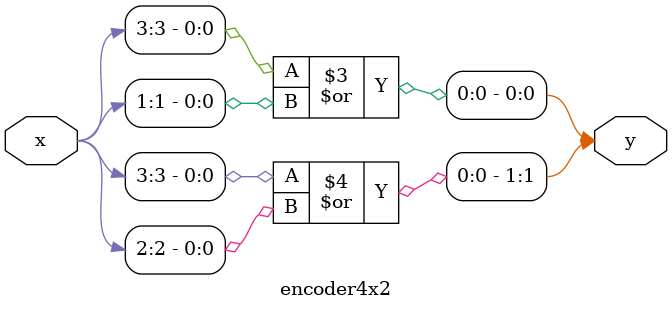
<source format=v>
module d_cache_4_way_random (
    input wire clk, rst,
    //mips core
    input         cpu_data_req     ,
    input         cpu_data_wr      ,
    input  [1 :0] cpu_data_size    ,
    input  [31:0] cpu_data_addr    ,
    input  [31:0] cpu_data_wdata   ,
    output [31:0] cpu_data_rdata   ,
    output        cpu_data_addr_ok ,
    output        cpu_data_data_ok ,

    //axi interface
    output         cache_data_req     ,
    output         cache_data_wr      ,
    output  [1 :0] cache_data_size    ,
    output  [31:0] cache_data_addr    ,
    output  [31:0] cache_data_wdata   ,
    input   [31:0] cache_data_rdata   ,
    input          cache_data_addr_ok ,
    input          cache_data_data_ok 
);
    //value of the ceiling of the log base 2.
    function integer clog2;
    input integer value;
    begin
        value = value-1;
        for (clog2=0; value>0; clog2=clog2+1)
            value = value>>1;
    end
    endfunction

    //Cache配置
    parameter  INDEX_WIDTH  = 10, OFFSET_WIDTH = 2, WAY = 4;
    localparam TAG_WIDTH    = 32 - INDEX_WIDTH - OFFSET_WIDTH;
    localparam CACHE_DEEPTH = 1 << INDEX_WIDTH;
    localparam LOG2_WAY = clog2(WAY);
    
    //Cache存储单元
    reg [WAY - 1 : 0]       cache_valid[CACHE_DEEPTH - 1 : 0];
    reg [WAY - 1 : 0]       cache_dirty[CACHE_DEEPTH - 1 : 0];
    reg [TAG_WIDTH - 1 : 0] cache_tag  [CACHE_DEEPTH - 1 : 0][WAY - 1 : 0];
    reg [31 : 0]            cache_block[CACHE_DEEPTH - 1 : 0][WAY - 1 : 0];

    //随机替换算法
    reg [LOG2_WAY - 1 : 0] random_1;
    always @(posedge clk) begin
        random_1 <= rst ? 0 : random_1 + 1;   //简单使用时钟作为随机数
    end

    wire [LOG2_WAY - 1 : 0] random_2;
    reg [WAY - 1 : 0] lsfr;
    always @(posedge clk) begin //线性反馈移位寄存器LSFR
        if(rst) begin
            lsfr <= 1<<WAY - 1;
        end
        else begin
            lsfr <= {lsfr[WAY - 2 : 0], ^lsfr};
        end
    end
    encoder4x2 encoder1(lsfr, random_2);

    //访问地址分解
    wire [OFFSET_WIDTH-1:0] offset;
    wire [INDEX_WIDTH-1:0] index;
    wire [TAG_WIDTH-1:0] tag;
    
    assign offset = cpu_data_addr[OFFSET_WIDTH - 1 : 0];
    assign index = cpu_data_addr[INDEX_WIDTH + OFFSET_WIDTH - 1 : OFFSET_WIDTH];
    assign tag = cpu_data_addr[31 : INDEX_WIDTH + OFFSET_WIDTH];

    //访问Cache line
    wire [WAY - 1 : 0]       c_valid_way, c_dirty_way;
    wire [TAG_WIDTH - 1 : 0] c_tag_way  [WAY - 1 : 0];
    wire [31 : 0]            c_block_way[WAY - 1 : 0];

    assign c_valid_way = cache_valid[index];
    assign c_dirty_way = cache_dirty[index];
    assign c_tag_way[0]   = cache_tag[index][0];
    assign c_tag_way[1]   = cache_tag[index][1];
    assign c_tag_way[2]   = cache_tag[index][2];
    assign c_tag_way[3]   = cache_tag[index][3];
    assign c_block_way[0] = cache_block[index][0];
    assign c_block_way[1] = cache_block[index][1];
    assign c_block_way[2] = cache_block[index][2];
    assign c_block_way[3] = cache_block[index][3];

    //判断是否命中
    wire [WAY - 1 : 0] sel_mask;    //命中的路(独热码)
    wire [LOG2_WAY - 1 : 0] sel; //命中的路的编号
    assign sel_mask[0] = c_valid_way[0] & !(c_tag_way[0]^ tag); 
    assign sel_mask[1] = c_valid_way[1] & !(c_tag_way[1]^ tag); 
    assign sel_mask[2] = c_valid_way[2] & !(c_tag_way[2]^ tag); 
    assign sel_mask[3] = c_valid_way[3] & !(c_tag_way[3]^ tag); 
    encoder4x2 encoder0(sel_mask, sel);
    
    //替换的路evict
    reg [LOG2_WAY - 1 : 0] evict;       //要替换的路的编号

    //hit & miss
    wire hit, miss;
    assign hit = |sel_mask;
    assign miss = ~hit;

    //dirty & clean
    wire dirty, clean;
    assign dirty = c_valid_way[evict] & c_dirty_way[evict];
    assign clean = ~dirty;

    //write & read
    wire read, write;
    assign write = cpu_data_wr;
    assign read = ~write;

    //获得命中的cache line的block
    wire [31 : 0] c_block_sel;
    assign c_block_sel = c_block_way[sel];

    //miss & dirty写回内存需要的数据
    wire [TAG_WIDTH - 1 : 0] c_tag_evict;
    wire [31 : 0] c_block_evict;
    
    assign c_tag_evict = c_tag_way[evict];
    assign c_block_evict = c_block_way[evict];

    //------------------debug--------------------
    reg [31:0] read_total, write_total;
    always @(posedge clk) begin
        if(rst) begin
            read_total <= 0;
            write_total <= 0;
        end
        else begin
            if(cpu_data_req & read) begin
                read_total = read_total + 1;
            end
            if(cpu_data_req & write) begin
                write_total = write_total + 1;
            end
        end
    end

    wire read_hit, read_miss_clean, read_miss_dirty, write_hit, write_miss_clean, write_miss_dirty;
    assign read_hit = cpu_data_req & read & hit;
    assign read_miss_clean = cpu_data_req & read & miss & clean;
    assign read_miss_dirty = cpu_data_req & read & miss & dirty;
    assign write_hit = cpu_data_req & write & hit;
    assign write_miss_clean = cpu_data_req & write & miss & clean;
    assign write_miss_dirty = cpu_data_req & write & miss & dirty;
    //------------------debug--------------------

    //FSM
    parameter IDLE = 2'b00, RM = 2'b01, WRM = 2'b10, WM = 2'b11;    //WM: 写回内存；WRM: 先写回内存，再读内存
    reg [1:0] state;
    always @(posedge clk) begin
        if(rst) begin
            state <= IDLE;
        end
        else begin
            case(state)
                IDLE:   state <= cpu_data_req & read & miss & clean ? RM :
                                 cpu_data_req & read & miss & dirty ? WRM :
                                 cpu_data_req & write & miss & dirty ? WM : IDLE;
                RM:     state <= cache_data_data_ok ? IDLE : RM;
                WM:     state <= cache_data_data_ok ? IDLE : WM;
                WRM:    state <= cache_data_data_ok ? RM : WRM;
            endcase
        end
    end

    wire read_req, write_req;
    reg addr_rcv;
    wire read_finish, write_finish;
    always @(posedge clk) begin
        addr_rcv <= rst ? 1'b0 :
                    cache_data_req & cache_data_addr_ok ? 1'b1 :
                    cache_data_data_ok ? 1'b0 : addr_rcv;
    end

    assign read_req = state == RM;
    assign write_req = state == WRM || state == WM;
    assign read_finish = read_req & cache_data_data_ok;
    assign write_finish = write_req & cache_data_data_ok;

    //output to mips core
    assign cpu_data_rdata   = hit ? c_block_sel : cache_data_rdata;
    assign cpu_data_addr_ok = cpu_data_req & (hit | write & clean) | (state==RM || state==WM) & cache_data_addr_ok;
    assign cpu_data_data_ok = cpu_data_req & (hit | write & clean) | (state==RM || state==WM) & cache_data_data_ok;

    //output to axi interface
    assign cache_data_req   = (state!=IDLE) & ~addr_rcv;
    assign cache_data_wr    = write_req ? 1'b1 : 1'b0;
    assign cache_data_size  = write_req ? 2'b10 : cpu_data_size;  //写内存size均为2
    assign cache_data_addr  = write_req ? {c_tag_evict, index, 2'b00} : cpu_data_addr;
    assign cache_data_wdata = c_block_evict; //写内存一定是替换脏块

    //保存地址中的tag, index，防止addr发生改变
    reg [TAG_WIDTH-1:0] tag_save;
    reg [INDEX_WIDTH-1:0] index_save;
    always @(posedge clk) begin
        tag_save   <= rst ? 0 :
                      cpu_data_req ? tag : tag_save;
        index_save <= rst ? 0 :
                      cpu_data_req ? index : index_save;
    end

//获得evict
    always @(posedge cpu_data_req) begin    //不能综合?
        evict <= random_2;
    end

//写入Cache
    wire [31:0] write_cache_data;   //write
    wire [3:0] write_mask;

    //根据地址低两位和size，生成写掩码（针对sb，sh等不是写完整一个字的指令），4位对应1个字（4字节）中每个字的写使能
    assign write_mask = cpu_data_size==2'b00 ?
                            (cpu_data_addr[1] ? (cpu_data_addr[0] ? 4'b1000 : 4'b0100):
                                                (cpu_data_addr[0] ? 4'b0010 : 4'b0001)) :
                            (cpu_data_size==2'b01 ? (cpu_data_addr[1] ? 4'b1100 : 4'b0011) : 4'b1111);

    //掩码的使用：位为1的代表需要更新的。
    //位拓展：{8{1'b1}} -> 8'b11111111
    //new_data = old_data & ~mask | write_data & mask
    assign write_cache_data = (hit ? c_block_sel : c_block_evict) & ~{{8{write_mask[3]}}, {8{write_mask[2]}}, {8{write_mask[1]}}, {8{write_mask[0]}}} | 
                              cpu_data_wdata & {{8{write_mask[3]}}, {8{write_mask[2]}}, {8{write_mask[1]}}, {8{write_mask[0]}}};
    
    wire write_cache_en;
    assign write_cache_en = read_finish | cpu_data_req & write & hit | cpu_data_req & write & miss & clean |write & write_finish;
    
    integer i;
    always @(posedge clk) begin
        if(rst) begin
            for(i=0; i<CACHE_DEEPTH; i=i+1) begin   //刚开始将Cache置为无效, clean
                cache_valid[i][0] <= 0;
                cache_valid[i][1] <= 0;
                cache_valid[i][2] <= 0;
                cache_valid[i][3] <= 0;

                cache_dirty[i][0] <= 0;
                cache_dirty[i][1] <= 0;
                cache_dirty[i][2] <= 0;
                cache_dirty[i][3] <= 0;
            end
        end
        else begin
            if(read_finish) begin //读缺失，访存结束时
                cache_valid[index_save][evict] <= 1'b1;
                cache_dirty[index_save][evict] <= 1'b0;
                cache_tag  [index_save][evict] <= tag_save;
                cache_block[index_save][evict] <= cache_data_rdata;
            end
            else if(cpu_data_req & write & hit) begin //写命中
                cache_dirty[index][sel] <= 1'b1;
                cache_block[index][sel] <= write_cache_data;
            end
            else if(cpu_data_req & write & miss & clean) begin  //写缺失且clean
                cache_valid[index][evict] <= 1'b1;
                cache_dirty[index][evict] <= 1'b1;
                cache_tag  [index][evict] <= tag;
                cache_block[index][evict] <= write_cache_data;
            end
            else if(write & write_finish) begin //写缺失且dirty，需要等写回后再写cache
                cache_valid[index_save][evict] <= 1'b1;
                cache_dirty[index_save][evict] <= 1'b1;
                cache_tag  [index_save][evict] <= tag_save;
                cache_block[index_save][evict] <= write_cache_data;
            end
        end
    end
endmodule

module encoder4x2 (
    input wire [3:0] x, //独热码
    output wire [1:0] y
);
    assign y = {x[3] | x[2], x[3] | x[1]};

endmodule
</source>
